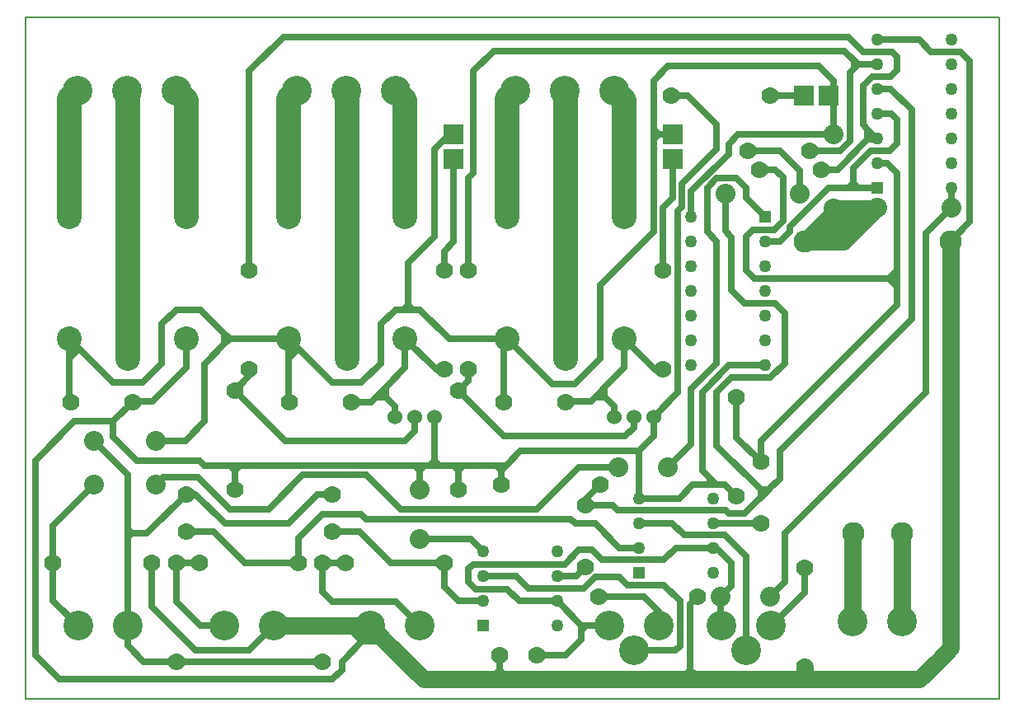
<source format=gbr>
G04 PROTEUS RS274X GERBER FILE*
%FSLAX45Y45*%
%MOMM*%
G01*
%ADD10C,2.540000*%
%ADD11C,1.778000*%
%ADD12C,0.635000*%
%ADD13C,3.048000*%
%ADD14C,2.540000*%
%ADD15C,2.286000*%
%ADD16C,1.778000*%
%ADD17C,1.524000*%
%ADD18R,1.270000X1.270000*%
%ADD19C,1.270000*%
%ADD70R,2.032000X2.032000*%
%ADD71C,2.032000*%
%ADD20C,0.203200*%
D10*
X-3842000Y+4950000D02*
X-3842000Y+6150000D01*
X-3942000Y+6250000D01*
X-5042000Y+4950000D02*
X-5042000Y+6166000D01*
X-4958000Y+6250000D01*
X-4442000Y+3500000D02*
X-4442000Y+6242000D01*
X-4450000Y+6250000D01*
X-6092000Y+4950000D02*
X-6092000Y+6150000D01*
X-6192000Y+6250000D01*
X-8342000Y+4950000D02*
X-8342000Y+6150000D01*
X-8442000Y+6250000D01*
X-9542000Y+4950000D02*
X-9542000Y+6166000D01*
X-9458000Y+6250000D01*
X-7292000Y+4950000D02*
X-7292000Y+6166000D01*
X-7208000Y+6250000D01*
X-6692000Y+3500000D02*
X-6692000Y+6242000D01*
X-6700000Y+6250000D01*
X-8942000Y+3500000D02*
X-8942000Y+6242000D01*
X-8950000Y+6250000D01*
D11*
X-992000Y+800000D02*
X-992000Y+1700000D01*
X-1500000Y+800000D02*
X-1500000Y+1692000D01*
X-1492000Y+1700000D01*
D12*
X-8942000Y+750000D02*
X-8942000Y+550000D01*
X-8776000Y+384000D01*
X-8442000Y+384000D01*
X-6942000Y+384000D01*
X-5942000Y+750000D02*
X-6192000Y+1000000D01*
X-6842000Y+1000000D01*
X-6942000Y+1100000D01*
X-6942000Y+1400000D01*
X-7950000Y+750000D02*
X-8192000Y+750000D01*
X-8442000Y+1000000D01*
X-8442000Y+1400000D01*
X-9708000Y+1400000D02*
X-9708000Y+1008000D01*
X-9450000Y+750000D01*
X-8692000Y+1400000D02*
X-8692000Y+950000D01*
X-8242000Y+500000D01*
X-7692000Y+500000D01*
X-7442000Y+750000D01*
X-5042000Y+3700000D02*
X-5077000Y+3665000D01*
X-5077000Y+3050000D01*
D10*
X-8942000Y+3500000D02*
X-8942000Y+6242000D01*
X-8950000Y+6250000D01*
D12*
X-7192000Y+3600000D02*
X-7292000Y+3500000D01*
X-7292000Y+3700000D02*
X-7292000Y+3500000D01*
X-7192000Y+3600000D02*
X-7292000Y+3700000D01*
X-9442000Y+3600000D02*
X-9542000Y+3500000D01*
X-9542000Y+3700000D02*
X-9542000Y+3500000D01*
X-9542000Y+3065000D01*
X-9527000Y+3050000D01*
X-9542000Y+3700000D02*
X-9542000Y+3500000D01*
X-9542000Y+3065000D01*
X-9527000Y+3050000D01*
X-9442000Y+3600000D02*
X-9542000Y+3700000D01*
X-7292000Y+3500000D02*
X-7292000Y+3065000D01*
X-7277000Y+3050000D01*
D10*
X-8942000Y+3500000D02*
X-8942000Y+6242000D01*
X-8950000Y+6250000D01*
D12*
X-8342000Y+3700000D02*
X-8342000Y+3402357D01*
X-8684409Y+3059948D01*
X-8932052Y+3059948D01*
X-8892000Y+3050000D01*
X-6742000Y+379651D02*
X-6742000Y+300000D01*
X-3842000Y+3700000D02*
X-3842000Y+3402357D01*
X-3943178Y+3301178D01*
X-3993178Y+3251178D01*
X-4093178Y+3151178D02*
X-4184409Y+3059948D01*
X-4432052Y+3059948D01*
X-4442000Y+3050000D01*
X-4043178Y+3201178D02*
X-4043178Y+3101178D01*
X-4042000Y+3100000D01*
X-3945200Y+2900000D02*
X-3945200Y+3003200D01*
X-4042000Y+3100000D01*
X-4043178Y+3101178D02*
X-4093178Y+3151178D01*
X-3993178Y+3251178D02*
X-4043178Y+3201178D01*
X-4093178Y+3151178D01*
X-4143178Y+3101178D02*
X-4043178Y+3101178D01*
X-6292000Y+3200000D02*
X-6292000Y+3100000D01*
X-6195200Y+2900000D02*
X-6195200Y+3003200D01*
X-6292000Y+3100000D01*
X-6342000Y+3150000D01*
X-6092000Y+3700000D02*
X-6092000Y+3400000D01*
X-6292000Y+3200000D01*
X-6342000Y+3150000D01*
X-6392000Y+3100000D02*
X-6292000Y+3100000D01*
X-6342000Y+3150000D02*
X-6392000Y+3100000D01*
X-6442000Y+3050000D01*
X-6642000Y+3050000D01*
X-6742000Y+300000D02*
X-6842000Y+200000D01*
X-9642000Y+200000D01*
X-9892000Y+450000D01*
X-9892000Y+2450000D01*
X-9492000Y+2850000D01*
X-9092000Y+2850000D01*
X-8892000Y+3050000D01*
X-5792000Y+2500000D02*
X-5792000Y+2896800D01*
X-5788800Y+2900000D01*
X-5742000Y+2400000D02*
X-5792000Y+2450000D01*
X-5792000Y+2500000D02*
X-5792000Y+2450000D01*
X-5792000Y+2400000D01*
X-5692000Y+2400000D02*
X-5742000Y+2400000D01*
X-5792000Y+2400000D01*
X-5842000Y+2400000D02*
X-5792000Y+2450000D01*
X-5792000Y+2400000D02*
X-5842000Y+2400000D01*
X-5892000Y+2400000D01*
X-7292000Y+3700000D02*
X-7792000Y+3700000D01*
X-7842000Y+3700000D01*
X-7892000Y+3700000D01*
X-5042000Y+3700000D02*
X-5542000Y+3700000D01*
X-5592000Y+3700000D01*
X-5642000Y+3700000D01*
X-5542000Y+2150000D02*
X-5558000Y+2166000D01*
X-5652810Y+2400000D02*
X-5692000Y+2400000D01*
X-5542000Y+2150000D02*
X-5526000Y+2166000D01*
X-8442000Y+1400000D02*
X-8208000Y+1400000D01*
X-6942000Y+1400000D02*
X-6708000Y+1400000D01*
X-7192000Y+1400000D02*
X-7742000Y+1400000D01*
X-8061000Y+1719000D01*
X-8342000Y+1719000D01*
X-5692000Y+1400000D02*
X-6242000Y+1400000D01*
X-6561000Y+1719000D01*
X-6842000Y+1719000D01*
X-2438000Y+200000D02*
X-2442000Y+200000D01*
D11*
X-3492000Y+200000D02*
X-3392000Y+200000D01*
D12*
X-3588000Y+200000D02*
X-3588378Y+200000D01*
D11*
X-3588000Y+200000D02*
X-3492000Y+200000D01*
D12*
X-5692000Y+1400000D02*
X-5692000Y+1150000D01*
X-5546000Y+1004000D01*
X-5292000Y+1004000D01*
X-2592000Y+750000D02*
X-2592000Y+1463167D01*
X-2811124Y+1682291D01*
X-3224291Y+1682291D01*
X-3350000Y+1808000D01*
X-3692000Y+1808000D01*
X-2930000Y+1808000D02*
X-2450000Y+1808000D01*
X-2442000Y+1800000D01*
X-4342000Y+1800000D02*
X-4138000Y+1800000D01*
X-3892000Y+1554000D01*
X-3692000Y+1554000D02*
X-3892000Y+1554000D01*
X-2442000Y+2435000D02*
X-2692000Y+2685000D01*
X-2692000Y+3100000D01*
X-5108000Y+2350000D02*
X-5158000Y+2400000D01*
X-5192000Y+2400000D01*
X-5108000Y+2200000D02*
X-5108000Y+2350000D01*
X-5108000Y+2400000D01*
X-5158000Y+2400000D01*
X-5108000Y+2350000D02*
X-5058000Y+2400000D01*
X-5108000Y+2400000D01*
X-5542000Y+2150000D02*
X-5542000Y+2166000D01*
X-5526000Y+2166000D02*
X-5542000Y+2166000D01*
X-5558000Y+2166000D01*
X-5542000Y+2350000D02*
X-5492000Y+2400000D01*
X-5542000Y+2166000D02*
X-5542000Y+2350000D01*
X-5542000Y+2390011D01*
X-5551989Y+2400000D01*
X-5192000Y+2400000D02*
X-5492000Y+2400000D01*
X-5551989Y+2400000D01*
X-5542000Y+2350000D02*
X-5592000Y+2400000D01*
X-5652810Y+2400000D01*
X-5551989Y+2400000D02*
X-5592000Y+2400000D01*
X-7842000Y+2350000D02*
X-7792000Y+2400000D01*
X-7782145Y+2400000D01*
X-7842000Y+2150000D02*
X-7842000Y+2350000D01*
X-7842000Y+2400000D01*
X-7792000Y+2400000D02*
X-7842000Y+2400000D01*
X-7842000Y+2350000D02*
X-7892000Y+2400000D01*
X-7842000Y+2400000D02*
X-7892000Y+2400000D01*
X-5442000Y+3384000D02*
X-5442000Y+3266000D01*
X-5542000Y+3166000D01*
X-7692000Y+3384000D02*
X-7692000Y+3316000D01*
X-7842000Y+3166000D01*
X-5992000Y+2900000D02*
X-5992000Y+2750000D01*
X-6092000Y+2650000D01*
X-7326000Y+2650000D01*
X-7842000Y+3166000D01*
X-6092000Y+3700000D02*
X-5776000Y+3384000D01*
X-5692000Y+3384000D01*
X-3442000Y+3384000D02*
X-3526000Y+3384000D01*
X-3842000Y+3700000D01*
X-5592000Y+5546000D02*
X-5592000Y+4700000D01*
X-5692000Y+4600000D01*
X-5692000Y+4400000D01*
X-6064828Y+4050000D02*
X-6014828Y+4000000D01*
X-5992000Y+4000000D01*
X-5592000Y+5800000D02*
X-5642000Y+5800000D01*
X-5792000Y+5650000D01*
X-5792000Y+4750000D01*
X-5992000Y+4550000D01*
X-6064828Y+4477172D01*
X-6064828Y+4050000D01*
X-6064828Y+4000000D01*
X-5642000Y+3700000D02*
X-5942000Y+4000000D01*
X-5992000Y+4000000D01*
X-6014828Y+4000000D02*
X-6064828Y+4000000D01*
X-6064828Y+4050000D02*
X-6114828Y+4000000D01*
X-6162101Y+4000000D01*
X-6064828Y+4000000D02*
X-6114828Y+4000000D01*
X-6162101Y+4000000D02*
X-6192000Y+4000000D01*
X-6342000Y+3850000D01*
X-6342000Y+3450000D01*
X-6542000Y+3250000D01*
X-6842000Y+3250000D01*
X-7192000Y+3600000D01*
X-5292000Y+1512000D02*
X-5422000Y+1642000D01*
X-5942000Y+1642000D01*
X-5892000Y+2400000D02*
X-5942000Y+2400000D01*
X-5942000Y+2350000D02*
X-5892000Y+2400000D01*
X-5942000Y+2150000D02*
X-5942000Y+2350000D01*
X-5942000Y+2400000D01*
X-5942000Y+2350000D02*
X-5992000Y+2400000D01*
X-6023871Y+2400000D01*
X-5942000Y+2400000D02*
X-5992000Y+2400000D01*
X-6023871Y+2400000D02*
X-7782145Y+2400000D01*
X-1492000Y+5300000D02*
X-1442000Y+5250000D01*
X-1442000Y+5247998D01*
X-1492000Y+5300000D02*
X-1492000Y+5247998D01*
X-1442000Y+5247998D01*
X-1244002Y+5247998D01*
X-1242000Y+5250000D01*
X-1492000Y+5300000D02*
X-1544002Y+5247998D01*
X-1492000Y+5247998D01*
D11*
X-1992000Y+4700000D02*
X-1692000Y+5000000D01*
X-1692000Y+5038000D01*
D12*
X-480000Y+5250000D02*
X-480000Y+5050000D01*
X-1742000Y+6200000D02*
X-1692000Y+6200000D01*
X-1692000Y+5800000D02*
X-1692000Y+6200000D01*
X-1996000Y+6200000D02*
X-2342000Y+6200000D01*
X-3342000Y+5546000D02*
X-3342000Y+5150000D01*
X-3442000Y+5050000D01*
X-3442000Y+4400000D01*
X-8942000Y+1500000D02*
X-8942000Y+750000D01*
X-6842000Y+2100000D02*
X-6992000Y+2100000D01*
X-7292000Y+1800000D01*
X-7942000Y+1800000D01*
X-8242000Y+2100000D01*
X-8342000Y+2100000D01*
X-4392000Y+1850000D02*
X-6492000Y+1850000D01*
X-6542000Y+1900000D01*
X-4342000Y+1800000D02*
X-4392000Y+1850000D01*
X-6542000Y+1900000D02*
X-6942000Y+1900000D01*
X-7192000Y+1650000D01*
X-7192000Y+1400000D01*
X-3538800Y+2900000D02*
X-3538800Y+2700000D01*
X-3690400Y+2548400D01*
X-3742000Y+2900000D02*
X-3742000Y+2790000D01*
X-3832000Y+2700000D01*
X-5076000Y+2700000D01*
X-5542000Y+3166000D01*
X-3690400Y+2548400D02*
X-3692000Y+2550000D01*
X-4908000Y+2550000D01*
X-5058000Y+2400000D01*
X-3692000Y+2062000D02*
X-3692000Y+2300000D01*
X-3692000Y+2550000D02*
X-3692000Y+2300000D01*
X-3900000Y+2380000D02*
X-4312000Y+2380000D01*
X-4342000Y+2350000D01*
X-2942000Y+2250000D02*
X-2892000Y+2200000D01*
X-2942000Y+2250000D02*
X-2942000Y+2200000D01*
X-2692000Y+2084000D02*
X-2808000Y+2200000D01*
X-2892000Y+2200000D01*
X-2942000Y+2200000D01*
X-2942000Y+2250000D02*
X-2992000Y+2200000D01*
X-2942000Y+2200000D02*
X-2992000Y+2200000D01*
X-3142000Y+2200000D01*
X-3280000Y+2062000D01*
X-3692000Y+2062000D01*
X-1242000Y+6774000D02*
X-816000Y+6774000D01*
X-692000Y+6650000D01*
X-392000Y+6650000D01*
X-292000Y+6550000D01*
X-292000Y+4900000D01*
X-492000Y+4700000D01*
X-5042000Y+3700000D02*
X-4579430Y+3237430D01*
X-4350753Y+3237430D01*
X-4092000Y+3496183D01*
X-4092000Y+3500000D01*
X-4092000Y+4250000D01*
X-3542000Y+4800000D01*
X-3542000Y+5750000D01*
X-3492000Y+5800000D02*
X-3542000Y+5850000D01*
X-3542000Y+5750000D02*
X-3542000Y+5850000D01*
X-3542000Y+5750000D02*
X-3492000Y+5800000D01*
X-3342000Y+5800000D01*
X-1692000Y+6200000D02*
X-1692000Y+6350000D01*
X-1842000Y+6500000D01*
X-3392000Y+6500000D01*
X-3542000Y+6350000D01*
X-3542000Y+5850000D01*
X-3500248Y+6658248D02*
X-5183752Y+6658248D01*
X-5192000Y+6650000D01*
X-5442000Y+4400000D02*
X-5442000Y+5350000D01*
X-5392000Y+5400000D01*
X-5392000Y+6450000D01*
X-5192000Y+6650000D01*
X-5123000Y+300000D02*
X-5023000Y+200000D01*
X-5123000Y+450000D02*
X-5123000Y+300000D01*
X-5123000Y+201905D01*
X-5121095Y+200000D01*
D11*
X-5023000Y+200000D01*
X-3588378Y+200000D01*
D12*
X-5123000Y+300000D02*
X-5220916Y+202084D01*
X-5220916Y+200000D01*
D11*
X-5121095Y+200000D01*
D12*
X-6531826Y+589826D02*
X-6531825Y+589826D01*
X-6302174Y+589826D01*
X-6296000Y+596000D01*
X-6450000Y+750000D02*
X-6450000Y+671651D01*
X-6531825Y+589826D01*
X-6531826Y+589826D02*
X-6742000Y+379651D01*
D11*
X-6450000Y+750000D02*
X-6296000Y+596000D01*
X-5900000Y+200000D01*
X-5220916Y+200000D01*
D12*
X-6531826Y+589826D02*
X-6692000Y+750000D01*
D11*
X-6450000Y+750000D02*
X-6692000Y+750000D01*
X-7442000Y+750000D01*
D12*
X-480000Y+5050000D02*
X-742000Y+4788000D01*
X-742000Y+3150000D01*
X-2192000Y+1700000D01*
X-2192000Y+1200000D01*
X-2342000Y+1050000D01*
X-2850000Y+1050000D02*
X-2742000Y+1158000D01*
X-2742000Y+1400000D01*
X-2896000Y+1554000D01*
X-2930000Y+1554000D01*
D11*
X-3092000Y+200000D02*
X-2992000Y+200000D01*
X-2442000Y+200000D01*
X-3192000Y+200000D02*
X-3165148Y+200000D01*
X-3092000Y+200000D01*
D12*
X-3165148Y+300000D02*
X-3092000Y+226852D01*
X-3092000Y+200000D01*
X-3092000Y+1050000D02*
X-3165148Y+976852D01*
X-3165148Y+300000D01*
X-3165148Y+200000D01*
X-3165148Y+300000D02*
X-3242000Y+223148D01*
X-3242000Y+200000D01*
D11*
X-3392000Y+200000D02*
X-3242000Y+200000D01*
X-3192000Y+200000D01*
D12*
X-2304000Y+5800000D02*
X-1692000Y+5800000D01*
X-2392000Y+4696000D02*
X-2246000Y+4696000D01*
X-2140000Y+4802000D01*
X-2140000Y+4852000D01*
X-1744002Y+5247998D01*
X-1544002Y+5247998D01*
X-7692000Y+4400000D02*
X-7692000Y+6450000D01*
X-7342000Y+6800000D01*
X-1542000Y+6800000D01*
X-1392000Y+6650000D01*
X-1092000Y+6650000D01*
X-1042000Y+6600000D01*
X-1042000Y+6460488D01*
X-1105735Y+6396753D01*
X-1295247Y+6396753D01*
X-1392000Y+6300000D01*
X-1392000Y+5900000D01*
X-1342000Y+5850000D01*
X-1242000Y+6012000D02*
X-1104000Y+6012000D01*
X-1042000Y+5950000D01*
X-1042000Y+5704981D01*
X-1116780Y+5630201D01*
X-1311799Y+5630201D01*
X-1492000Y+5450000D01*
X-1492000Y+5300000D01*
X-1342000Y+5850000D02*
X-1292000Y+5800000D01*
X-1250000Y+5758000D01*
X-1242000Y+5758000D01*
X-1342000Y+5850000D02*
X-1342000Y+5750000D01*
X-1292000Y+5800000D02*
X-1342000Y+5750000D01*
X-1250000Y+5750000D01*
X-1242000Y+5758000D01*
X-1042000Y+4400000D02*
X-1124044Y+4317956D01*
X-1043802Y+4317956D01*
X-1042000Y+4316154D01*
X-1042000Y+4400000D01*
X-1042000Y+5400000D01*
X-1146000Y+5504000D01*
X-1242000Y+5504000D01*
X-1124044Y+4317956D02*
X-1042000Y+4235912D01*
X-1042000Y+4219730D01*
X-2442000Y+2435000D02*
X-2442000Y+2650000D01*
X-1042000Y+4050000D01*
X-1042000Y+4219730D01*
X-1042000Y+4235912D02*
X-1042000Y+4316154D01*
X-3500248Y+6658248D02*
X-1583752Y+6658248D01*
X-1442202Y+6516699D01*
X-1245301Y+6516699D01*
X-1242000Y+6520000D01*
X-1475450Y+6483450D02*
X-1483752Y+6491752D01*
X-1483752Y+6558248D01*
X-1442202Y+6516699D02*
X-1475450Y+6483450D01*
X-1520522Y+6438379D01*
X-1520522Y+5734675D01*
X-1625197Y+5630000D01*
X-1942000Y+5630000D01*
X-2392000Y+3426000D02*
X-2766000Y+3426000D01*
X-3042000Y+3150000D01*
X-3042000Y+2350000D01*
X-2942000Y+2250000D01*
X-2442000Y+2150000D02*
X-2442000Y+2065002D01*
X-2399501Y+2107501D02*
X-2442000Y+2150000D01*
X-2399501Y+2107501D02*
X-2442000Y+2065002D01*
X-2442000Y+2150000D02*
X-2357002Y+2150000D01*
X-2349501Y+2157501D01*
X-1242000Y+6266000D02*
X-1108000Y+6266000D01*
X-892000Y+6050000D01*
X-892000Y+3900000D01*
X-2242000Y+2550000D01*
X-2242000Y+2265002D01*
X-2349501Y+2157501D01*
X-2357002Y+2150000D02*
X-2399501Y+2107501D01*
X-2457000Y+5440000D02*
X-2292000Y+5440000D01*
X-2212000Y+5360000D01*
X-2212000Y+4910000D01*
X-2302224Y+4819776D01*
X-2522224Y+4819776D01*
X-2592000Y+4750000D01*
X-2592000Y+4400000D01*
X-2509956Y+4317956D01*
X-1124044Y+4317956D01*
X-1342000Y+5750000D02*
X-1652000Y+5440000D01*
X-1822000Y+5440000D01*
X-3247409Y+5055409D02*
X-3247409Y+5294591D01*
X-2892000Y+5650000D01*
X-3358000Y+6200000D02*
X-3192000Y+6200000D01*
X-2892000Y+5900000D01*
X-2892000Y+5650000D01*
X-3247409Y+5055409D02*
X-3292000Y+5010818D01*
X-3292000Y+3146800D01*
X-3538800Y+2900000D01*
X-2772000Y+5600000D02*
X-3154000Y+5218000D01*
X-3154000Y+4950000D01*
X-2304000Y+5800000D02*
X-2672000Y+5800000D01*
X-2772000Y+5700000D01*
X-2772000Y+5600000D01*
X-2042000Y+5190000D02*
X-2042000Y+5430022D01*
X-2241978Y+5630000D01*
X-2577000Y+5630000D01*
X-2392000Y+4950000D02*
X-2592000Y+5150000D01*
X-2592000Y+5250000D01*
X-2692000Y+5350000D01*
X-2892000Y+5350000D01*
X-2992000Y+5250000D01*
X-2992000Y+4800000D01*
X-2892000Y+4700000D01*
X-2892000Y+3450000D01*
X-3157000Y+3185000D01*
X-3157000Y+2615000D01*
X-3392000Y+2380000D01*
X-2442000Y+2150000D02*
X-2892000Y+2600000D01*
X-2892000Y+3150000D01*
X-2742000Y+3300000D01*
X-2342000Y+3300000D01*
X-2192000Y+3450000D01*
X-2192000Y+3962307D01*
X-2292304Y+4062611D01*
X-2604611Y+4062611D01*
X-2742000Y+4200000D01*
X-2742000Y+4745822D01*
X-2804000Y+4807822D01*
X-2804000Y+5190000D01*
X-2850000Y+1050000D02*
X-2850000Y+754000D01*
X-2846000Y+750000D01*
X-2592000Y+750000D02*
X-2592000Y+496000D01*
X-3488000Y+750000D02*
X-3488000Y+896000D01*
X-3642000Y+1050000D01*
X-4108000Y+1050000D01*
X-4276000Y+750000D02*
X-4284000Y+758000D01*
X-4530000Y+1004000D02*
X-4284000Y+758000D01*
X-4284000Y+700000D02*
X-4238018Y+745982D01*
X-4238018Y+750000D01*
X-3996000Y+750000D02*
X-4238018Y+750000D01*
X-4276000Y+750000D01*
X-4284000Y+758000D02*
X-4284000Y+700000D01*
X-4284000Y+608000D01*
X-4442000Y+450000D01*
X-4742000Y+450000D01*
X-4092000Y+2200000D02*
X-4242000Y+2050000D01*
X-4242000Y+1990000D01*
X-4052000Y+1250000D02*
X-4092000Y+1250000D01*
X-4140627Y+1250000D01*
X-4052000Y+1250000D02*
X-3892000Y+1250000D01*
X-3813787Y+1171787D01*
X-3435807Y+1171787D01*
X-3270332Y+1006312D01*
X-3270332Y+544722D01*
X-3319054Y+496000D01*
X-3742000Y+496000D01*
X-4391994Y+1130965D02*
X-4391937Y+1130965D01*
X-4381935Y+1130965D01*
X-4259662Y+1130965D01*
X-4140627Y+1250000D01*
X-4381935Y+1130965D02*
X-4381995Y+1130905D01*
X-5292000Y+1258000D02*
X-4950000Y+1258000D01*
X-4825582Y+1133582D01*
X-4391994Y+1130965D01*
X-4391937Y+1130965D02*
X-4381995Y+1130905D01*
X-4530000Y+1258000D02*
X-4530000Y+1260000D01*
X-4337000Y+1260000D01*
X-4242000Y+1355000D01*
X-4530000Y+1004000D02*
X-4919518Y+1004000D01*
X-5041597Y+1126079D01*
X-5368079Y+1126079D01*
X-5442000Y+1200000D01*
X-5442000Y+1336143D01*
X-5393349Y+1384794D01*
X-4457206Y+1384794D01*
X-4312000Y+1530000D01*
X-4172000Y+1530000D01*
X-4073186Y+1431186D01*
X-3435901Y+1431186D01*
X-3313087Y+1554000D01*
X-2930000Y+1554000D01*
X-2802000Y+1940000D02*
X-2770361Y+1908361D01*
X-2755880Y+1908361D01*
X-2603639Y+1908361D01*
X-2572000Y+1940000D01*
X-2562000Y+1950000D01*
X-2442000Y+2065002D02*
X-2449501Y+2057501D01*
X-2449501Y+2062499D01*
X-2562000Y+1950000D01*
X-2802000Y+1940000D02*
X-3911095Y+1940000D01*
X-3961095Y+1990000D01*
X-4242000Y+1990000D01*
X-1992000Y+1350000D02*
X-1992000Y+1090000D01*
X-2332000Y+750000D01*
X-2338000Y+750000D01*
D11*
X-1692000Y+200000D02*
X-1765224Y+200000D01*
X-2042000Y+200000D02*
X-2242000Y+200000D01*
X-2342000Y+200000D01*
X-2438000Y+200000D01*
X-1692000Y+200000D02*
X-814014Y+200000D01*
X-612581Y+401433D01*
X-492000Y+522014D01*
X-492000Y+4700000D01*
X-1992000Y+334000D02*
X-1992000Y+300000D01*
X-1992000Y+200000D01*
X-2042000Y+200000D01*
X-1765224Y+200000D02*
X-1842000Y+200000D01*
X-1942000Y+200000D01*
X-1992000Y+200000D01*
X-1454000Y+5038000D02*
X-1792000Y+4700000D01*
X-1992000Y+4700000D02*
X-1792000Y+4700000D01*
X-1592000Y+4700000D01*
X-1254000Y+5038000D01*
X-1692000Y+5038000D02*
X-1454000Y+5038000D01*
X-1254000Y+5038000D01*
X-1242000Y+5050000D01*
D12*
X-8462887Y+2278622D02*
X-8220622Y+2278622D01*
X-7892000Y+1950000D01*
X-7492000Y+1950000D01*
X-7142000Y+2300000D01*
X-6492000Y+2300000D01*
X-6142000Y+1950000D01*
X-4742000Y+1950000D01*
X-4342000Y+2350000D01*
X-8650000Y+2205500D02*
X-8576878Y+2278622D01*
X-8535184Y+2278622D01*
X-8489934Y+2278622D01*
X-8462887Y+2278622D01*
X-8942000Y+1500000D02*
X-8942000Y+1550000D01*
X-9092000Y+2850000D02*
X-9092000Y+2692000D01*
X-8850000Y+2450000D01*
X-8200000Y+2450000D01*
X-8150000Y+2400000D01*
X-7892000Y+2400000D02*
X-8150000Y+2400000D01*
X-9285000Y+2205500D02*
X-9708000Y+1782500D01*
X-9708000Y+1400000D01*
X-7946000Y+3754000D02*
X-7946000Y+3646000D01*
X-7892000Y+3700000D02*
X-7946000Y+3754000D01*
X-8192000Y+4000000D01*
X-8442000Y+4000000D01*
X-8592000Y+3850000D01*
X-8592000Y+3450000D01*
X-8792000Y+3250000D01*
X-9092000Y+3250000D01*
X-9442000Y+3600000D01*
X-7892000Y+3700000D02*
X-7946000Y+3646000D01*
X-8150000Y+3442000D01*
X-8150000Y+2850000D01*
X-8350000Y+2650000D01*
X-8650000Y+2650000D01*
X-8342000Y+2100000D02*
X-8742000Y+1700000D01*
X-8900000Y+1700000D02*
X-8942000Y+1742000D01*
X-8942000Y+1780345D01*
X-8742000Y+1700000D02*
X-8900000Y+1700000D01*
X-8942000Y+1700000D01*
X-8942000Y+1742000D01*
X-8942000Y+1780345D02*
X-8942000Y+2307000D01*
X-9285000Y+2650000D01*
X-8900000Y+1700000D02*
X-8942000Y+1658000D01*
X-8942000Y+1590439D01*
X-8942000Y+1550000D02*
X-8942000Y+1590439D01*
X-8942000Y+1658000D02*
X-8942000Y+1700000D01*
D13*
X-992000Y+800000D03*
X-1500000Y+800000D03*
X-3942000Y+6250000D03*
X-4450000Y+6250000D03*
X-4958000Y+6250000D03*
X-8442000Y+6250000D03*
X-8950000Y+6250000D03*
X-9458000Y+6250000D03*
X-6192000Y+6250000D03*
X-6700000Y+6250000D03*
X-7208000Y+6250000D03*
D14*
X-3842000Y+3700000D03*
X-5042000Y+3700000D03*
X-4442000Y+3500000D03*
X-5042000Y+4950000D03*
X-3842000Y+4950000D03*
X-6092000Y+3700000D03*
X-7292000Y+3700000D03*
X-6692000Y+3500000D03*
X-7292000Y+4950000D03*
X-6092000Y+4950000D03*
X-8342000Y+3700000D03*
X-9542000Y+3700000D03*
X-8942000Y+3500000D03*
X-9542000Y+4950000D03*
X-8342000Y+4950000D03*
D13*
X-5942000Y+750000D03*
X-6450000Y+750000D03*
X-7442000Y+750000D03*
X-7950000Y+750000D03*
X-8942000Y+750000D03*
X-9450000Y+750000D03*
D15*
X-992000Y+1700000D03*
X-1492000Y+1700000D03*
X-492000Y+4700000D03*
X-1992000Y+4700000D03*
D16*
X-6942000Y+1400000D03*
X-6942000Y+384000D03*
X-8442000Y+1400000D03*
X-8442000Y+384000D03*
X-8692000Y+1400000D03*
X-9708000Y+1400000D03*
X-4442000Y+3050000D03*
X-5077000Y+3050000D03*
X-6642000Y+3050000D03*
X-7277000Y+3050000D03*
X-8892000Y+3050000D03*
X-9527000Y+3050000D03*
D17*
X-6195200Y+2900000D03*
X-5992000Y+2900000D03*
X-5788800Y+2900000D03*
X-3945200Y+2900000D03*
X-3742000Y+2900000D03*
X-3538800Y+2900000D03*
D16*
X-5542000Y+3166000D03*
X-5542000Y+2150000D03*
X-7842000Y+3166000D03*
X-7842000Y+2150000D03*
X-5692000Y+1400000D03*
X-6708000Y+1400000D03*
X-7192000Y+1400000D03*
X-8208000Y+1400000D03*
X-6842000Y+2100000D03*
X-6842000Y+1719000D03*
X-8342000Y+2100000D03*
X-8342000Y+1719000D03*
D13*
X-2846000Y+750000D03*
X-2338000Y+750000D03*
X-2592000Y+496000D03*
X-3996000Y+750000D03*
X-3488000Y+750000D03*
X-3742000Y+496000D03*
D18*
X-5292000Y+750000D03*
D19*
X-5292000Y+1004000D03*
X-5292000Y+1258000D03*
X-5292000Y+1512000D03*
X-4530000Y+1512000D03*
X-4530000Y+1258000D03*
X-4530000Y+1004000D03*
X-4530000Y+750000D03*
D18*
X-3692000Y+1300000D03*
D19*
X-3692000Y+1554000D03*
X-3692000Y+1808000D03*
X-3692000Y+2062000D03*
X-2930000Y+2062000D03*
X-2930000Y+1808000D03*
X-2930000Y+1554000D03*
X-2930000Y+1300000D03*
D16*
X-2442000Y+1800000D03*
X-2442000Y+2435000D03*
X-4242000Y+1355000D03*
X-4242000Y+1990000D03*
X-4092000Y+2200000D03*
X-5108000Y+2200000D03*
X-2692000Y+3100000D03*
X-2692000Y+2084000D03*
X-5442000Y+4400000D03*
X-5442000Y+3384000D03*
X-5692000Y+4400000D03*
X-5692000Y+3384000D03*
X-7692000Y+4400000D03*
X-7692000Y+3384000D03*
X-3442000Y+4400000D03*
X-3442000Y+3384000D03*
D70*
X-5592000Y+5800000D03*
X-5592000Y+5546000D03*
X-3342000Y+5800000D03*
X-3342000Y+5546000D03*
D71*
X-5942000Y+1642000D03*
X-5942000Y+2150000D03*
D18*
X-1242000Y+5250000D03*
D19*
X-1242000Y+5504000D03*
X-1242000Y+5758000D03*
X-1242000Y+6012000D03*
X-1242000Y+6266000D03*
X-1242000Y+6520000D03*
X-1242000Y+6774000D03*
X-480000Y+6774000D03*
X-480000Y+6520000D03*
X-480000Y+6266000D03*
X-480000Y+6012000D03*
X-480000Y+5758000D03*
X-480000Y+5504000D03*
X-480000Y+5250000D03*
D18*
X-2392000Y+4950000D03*
D19*
X-2392000Y+4696000D03*
X-2392000Y+4442000D03*
X-2392000Y+4188000D03*
X-2392000Y+3934000D03*
X-2392000Y+3680000D03*
X-2392000Y+3426000D03*
X-3154000Y+3426000D03*
X-3154000Y+3680000D03*
X-3154000Y+3934000D03*
X-3154000Y+4188000D03*
X-3154000Y+4442000D03*
X-3154000Y+4696000D03*
X-3154000Y+4950000D03*
D71*
X-1692000Y+5038000D03*
X-1692000Y+5800000D03*
X-480000Y+5050000D03*
X-1242000Y+5050000D03*
D70*
X-1742000Y+6200000D03*
X-1996000Y+6200000D03*
D16*
X-2342000Y+6200000D03*
X-3358000Y+6200000D03*
D71*
X-3900000Y+2380000D03*
X-3392000Y+2380000D03*
X-2850000Y+1050000D03*
X-2342000Y+1050000D03*
D16*
X-4742000Y+450000D03*
X-5123000Y+450000D03*
X-1992000Y+1350000D03*
X-1992000Y+334000D03*
X-4108000Y+1050000D03*
X-3092000Y+1050000D03*
X-1822000Y+5440000D03*
X-2457000Y+5440000D03*
X-1942000Y+5630000D03*
X-2577000Y+5630000D03*
D71*
X-2804000Y+5190000D03*
X-2042000Y+5190000D03*
X-8650000Y+2650000D03*
X-9285000Y+2650000D03*
X-9285000Y+2205500D03*
X-8650000Y+2205500D03*
D20*
X-9992000Y+0D02*
X+8000Y+0D01*
X+8000Y+7000000D01*
X-9992000Y+7000000D01*
X-9992000Y+0D01*
M02*

</source>
